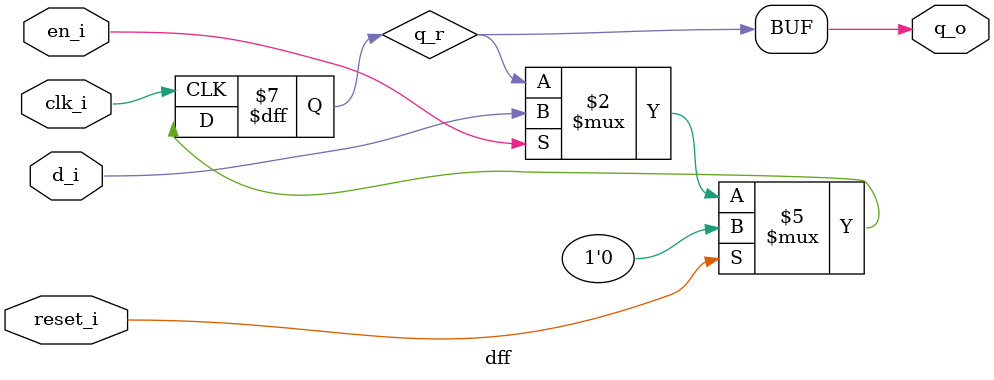
<source format=sv>
module dff
  #(parameter [0:0] reset_val_p = 1'b0)
  (input [0:0] clk_i
  ,input [0:0] reset_i // positive-polarity, synchronous reset
  ,input [0:0] d_i
  ,input [0:0] en_i
  ,output [0:0] q_o);

   // Internal register.
   logic [0:0] q_r;
   // It is also possible to declare:
   // 
   // output logic [0:0] q_o
   // 
   // In the module ports declaration but I like that less since q_o
   // hides the fact that it is also a register.
   
   // This describes the internal FF behavior
   always_ff @(posedge clk_i) begin
      if(reset_i) begin // Positive, synchronous reset
	q_r <= reset_val_p;
      end else if (en_i) begin
	q_r <= d_i;
      end
   end

   // Connect the state element to the output
   assign q_o = q_r;
endmodule

</source>
